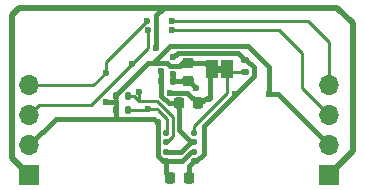
<source format=gbr>
%TF.GenerationSoftware,KiCad,Pcbnew,6.0.11-2627ca5db0~126~ubuntu22.04.1*%
%TF.CreationDate,2023-09-07T17:42:38+02:00*%
%TF.ProjectId,I2C_Module_BME680_FUEL4EP,4932435f-4d6f-4647-956c-655f424d4536,V1.0*%
%TF.SameCoordinates,Original*%
%TF.FileFunction,Copper,L1,Top*%
%TF.FilePolarity,Positive*%
%FSLAX46Y46*%
G04 Gerber Fmt 4.6, Leading zero omitted, Abs format (unit mm)*
G04 Created by KiCad (PCBNEW 6.0.11-2627ca5db0~126~ubuntu22.04.1) date 2023-09-07 17:42:38*
%MOMM*%
%LPD*%
G01*
G04 APERTURE LIST*
G04 Aperture macros list*
%AMRoundRect*
0 Rectangle with rounded corners*
0 $1 Rounding radius*
0 $2 $3 $4 $5 $6 $7 $8 $9 X,Y pos of 4 corners*
0 Add a 4 corners polygon primitive as box body*
4,1,4,$2,$3,$4,$5,$6,$7,$8,$9,$2,$3,0*
0 Add four circle primitives for the rounded corners*
1,1,$1+$1,$2,$3*
1,1,$1+$1,$4,$5*
1,1,$1+$1,$6,$7*
1,1,$1+$1,$8,$9*
0 Add four rect primitives between the rounded corners*
20,1,$1+$1,$2,$3,$4,$5,0*
20,1,$1+$1,$4,$5,$6,$7,0*
20,1,$1+$1,$6,$7,$8,$9,0*
20,1,$1+$1,$8,$9,$2,$3,0*%
G04 Aperture macros list end*
%TA.AperFunction,SMDPad,CuDef*%
%ADD10RoundRect,0.225000X0.250000X-0.225000X0.250000X0.225000X-0.250000X0.225000X-0.250000X-0.225000X0*%
%TD*%
%TA.AperFunction,ComponentPad*%
%ADD11R,1.700000X1.700000*%
%TD*%
%TA.AperFunction,ComponentPad*%
%ADD12O,1.700000X1.700000*%
%TD*%
%TA.AperFunction,SMDPad,CuDef*%
%ADD13RoundRect,0.147500X-0.147500X-0.172500X0.147500X-0.172500X0.147500X0.172500X-0.147500X0.172500X0*%
%TD*%
%TA.AperFunction,SMDPad,CuDef*%
%ADD14RoundRect,0.125000X0.137500X-0.125000X0.137500X0.125000X-0.137500X0.125000X-0.137500X-0.125000X0*%
%TD*%
%TA.AperFunction,SMDPad,CuDef*%
%ADD15R,1.000000X1.500000*%
%TD*%
%TA.AperFunction,SMDPad,CuDef*%
%ADD16RoundRect,0.225000X0.225000X0.250000X-0.225000X0.250000X-0.225000X-0.250000X0.225000X-0.250000X0*%
%TD*%
%TA.AperFunction,SMDPad,CuDef*%
%ADD17RoundRect,0.135000X0.135000X0.185000X-0.135000X0.185000X-0.135000X-0.185000X0.135000X-0.185000X0*%
%TD*%
%TA.AperFunction,SMDPad,CuDef*%
%ADD18RoundRect,0.135000X-0.185000X0.135000X-0.185000X-0.135000X0.185000X-0.135000X0.185000X0.135000X0*%
%TD*%
%TA.AperFunction,SMDPad,CuDef*%
%ADD19RoundRect,0.225000X-0.225000X-0.250000X0.225000X-0.250000X0.225000X0.250000X-0.225000X0.250000X0*%
%TD*%
%TA.AperFunction,ViaPad*%
%ADD20C,0.600000*%
%TD*%
%TA.AperFunction,Conductor*%
%ADD21C,0.500000*%
%TD*%
%TA.AperFunction,Conductor*%
%ADD22C,0.400000*%
%TD*%
%TA.AperFunction,Conductor*%
%ADD23C,0.250000*%
%TD*%
G04 APERTURE END LIST*
%TO.C,JP1*%
G36*
X18860000Y10685000D02*
G01*
X18360000Y10685000D01*
X18360000Y11285000D01*
X18860000Y11285000D01*
X18860000Y10685000D01*
G37*
%TD*%
D10*
%TO.P,C1,1*%
%TO.N,VDDA*%
X16000000Y9975000D03*
%TO.P,C1,2*%
%TO.N,GND*%
X16000000Y11525000D03*
%TD*%
D11*
%TO.P,J1,1,Pin_1*%
%TO.N,VCC*%
X2500000Y2000000D03*
D12*
%TO.P,J1,2,Pin_2*%
%TO.N,GND*%
X2500000Y4540000D03*
%TO.P,J1,3,Pin_3*%
%TO.N,/SCL*%
X2500000Y7080000D03*
%TO.P,J1,4,Pin_4*%
%TO.N,/SDA*%
X2500000Y9620000D03*
%TD*%
D13*
%TO.P,FB1,1*%
%TO.N,VCC*%
X13715000Y10000000D03*
%TO.P,FB1,2*%
%TO.N,VDDA*%
X14685000Y10000000D03*
%TD*%
D11*
%TO.P,J2,1,Pin_1*%
%TO.N,VCC*%
X27900000Y2000000D03*
D12*
%TO.P,J2,2,Pin_2*%
%TO.N,GND*%
X27900000Y4540000D03*
%TO.P,J2,3,Pin_3*%
%TO.N,/SCL*%
X27900000Y7080000D03*
%TO.P,J2,4,Pin_4*%
%TO.N,/SDA*%
X27900000Y9620000D03*
%TD*%
D14*
%TO.P,U1,1,GND*%
%TO.N,GND*%
X14062500Y3200000D03*
%TO.P,U1,2,CSB*%
%TO.N,VCC*%
X14062500Y4000000D03*
%TO.P,U1,3,SDI*%
%TO.N,/SDA*%
X14062500Y4800000D03*
%TO.P,U1,4,SCK*%
%TO.N,/SCL*%
X14062500Y5600000D03*
%TO.P,U1,5,SDO*%
%TO.N,Net-(JP1-Pad2)*%
X16437500Y5600000D03*
%TO.P,U1,6,VDDIO*%
%TO.N,VCC*%
X16437500Y4800000D03*
%TO.P,U1,7,GND*%
%TO.N,GND*%
X16437500Y4000000D03*
%TO.P,U1,8,VDD*%
%TO.N,VDDA*%
X16437500Y3200000D03*
%TD*%
D15*
%TO.P,JP1,1,A*%
%TO.N,GND*%
X17960000Y10985000D03*
%TO.P,JP1,2,B*%
%TO.N,Net-(JP1-Pad2)*%
X19260000Y10985000D03*
%TD*%
D16*
%TO.P,C3,1*%
%TO.N,GND*%
X16775000Y8100000D03*
%TO.P,C3,2*%
%TO.N,VCC*%
X15225000Y8100000D03*
%TD*%
D17*
%TO.P,R1,1*%
%TO.N,/SDA*%
X10890000Y8715000D03*
%TO.P,R1,2*%
%TO.N,GND*%
X9870000Y8715000D03*
%TD*%
D18*
%TO.P,R3,1*%
%TO.N,VDDA*%
X20800000Y11810000D03*
%TO.P,R3,2*%
%TO.N,Net-(JP1-Pad2)*%
X20800000Y10790000D03*
%TD*%
D19*
%TO.P,C4,1*%
%TO.N,GND*%
X14475000Y1800000D03*
%TO.P,C4,2*%
%TO.N,VDDA*%
X16025000Y1800000D03*
%TD*%
D17*
%TO.P,R2,1*%
%TO.N,/SCL*%
X10910000Y7500000D03*
%TO.P,R2,2*%
%TO.N,GND*%
X9890000Y7500000D03*
%TD*%
D20*
%TO.N,VCC*%
X13700000Y10800000D03*
X13256717Y12747565D03*
%TO.N,GND*%
X15952178Y11675500D03*
X9000000Y8200000D03*
X17719014Y8491742D03*
X13400000Y6500000D03*
X22800000Y8900000D03*
X14400000Y9000000D03*
%TO.N,/SCL*%
X12557217Y14300000D03*
X11200000Y11400000D03*
X12600000Y7600000D03*
X14600000Y14300000D03*
%TO.N,/SDA*%
X9000000Y10700000D03*
X12486493Y15096368D03*
X14600000Y15099503D03*
X11800000Y9100000D03*
%TO.N,VDDA*%
X19900000Y8900000D03*
X14685000Y10597577D03*
X14700000Y12000000D03*
X16600000Y9400000D03*
%TD*%
D21*
%TO.N,VCC*%
X1672685Y16210000D02*
X1800000Y16210000D01*
X29945000Y4045000D02*
X29945000Y14868858D01*
D22*
X15384716Y4000000D02*
X16184716Y4800000D01*
X13256717Y15556717D02*
X13256717Y12747565D01*
X14062500Y4000000D02*
X15384716Y4000000D01*
D21*
X1800000Y16210000D02*
X13910000Y16210000D01*
D22*
X13700500Y8710257D02*
X14310757Y8100000D01*
D21*
X13910000Y16210000D02*
X28603858Y16210000D01*
X29945000Y14868858D02*
X28603858Y16210000D01*
D22*
X13700500Y9289743D02*
X13700500Y8710257D01*
X16232538Y4800000D02*
X15225000Y5807538D01*
X13715000Y10000000D02*
X13715000Y9304243D01*
X13715000Y10000000D02*
X13715000Y10785000D01*
D21*
X27900000Y2000000D02*
X29945000Y4045000D01*
D22*
X14310757Y8100000D02*
X15225000Y8100000D01*
X16184716Y4800000D02*
X16232538Y4800000D01*
D21*
X1030000Y15567315D02*
X1672685Y16210000D01*
D22*
X13715000Y9304243D02*
X13700500Y9289743D01*
X15225000Y5807538D02*
X15225000Y8100000D01*
X13715000Y10785000D02*
X13700000Y10800000D01*
X13910000Y16210000D02*
X13256717Y15556717D01*
D21*
X2500000Y2000000D02*
X1030000Y3470000D01*
X1030000Y3470000D02*
X1030000Y15567315D01*
D22*
X16437500Y4800000D02*
X16232538Y4800000D01*
%TO.N,GND*%
X22800000Y11181604D02*
X21007104Y12974500D01*
X14425000Y8975000D02*
X15900000Y8975000D01*
X15432538Y3200000D02*
X16232538Y4000000D01*
X15489743Y11500500D02*
X15289743Y11300500D01*
X21007104Y12974500D02*
X14472896Y12974500D01*
X12598896Y11500500D02*
X9870000Y8771604D01*
X17800000Y8572728D02*
X17719014Y8491742D01*
X14062500Y3200000D02*
X15432538Y3200000D01*
X14425000Y8975000D02*
X14400000Y9000000D01*
X17800000Y10825000D02*
X17800000Y8572728D01*
X22800000Y8900000D02*
X22800000Y11181604D01*
X8920000Y6780000D02*
X8900000Y6800000D01*
X17391742Y8491742D02*
X17719014Y8491742D01*
X16232538Y4000000D02*
X16437500Y4000000D01*
X15975500Y11500500D02*
X15489743Y11500500D01*
X13400000Y6500000D02*
X13100000Y6800000D01*
X14472896Y12974500D02*
X12998896Y11500500D01*
X14062500Y3200000D02*
X14062500Y2212500D01*
X8900000Y6800000D02*
X4760000Y6800000D01*
X13400000Y6500000D02*
X13400000Y3657538D01*
X14062500Y2212500D02*
X14475000Y1800000D01*
X17000000Y8100000D02*
X17391742Y8491742D01*
X9870000Y8315000D02*
X9870000Y8070000D01*
X9890000Y6890000D02*
X9780000Y6780000D01*
X9890000Y7500000D02*
X9890000Y6890000D01*
X23540000Y8900000D02*
X22800000Y8900000D01*
X16775000Y8100000D02*
X15900000Y8975000D01*
X9000000Y8200000D02*
X9740000Y8200000D01*
X9870000Y8070000D02*
X9870000Y7770000D01*
X9740000Y8200000D02*
X9870000Y8070000D01*
X14410257Y11300500D02*
X14210257Y11500500D01*
X12998896Y11500500D02*
X12598896Y11500500D01*
X13400000Y3657538D02*
X13857538Y3200000D01*
X13100000Y6800000D02*
X11286604Y6800000D01*
X14210257Y11500500D02*
X12998896Y11500500D01*
X4760000Y6800000D02*
X2500000Y4540000D01*
X11286604Y6800000D02*
X11266604Y6780000D01*
X17420000Y11525000D02*
X17960000Y10985000D01*
X16000000Y11525000D02*
X17420000Y11525000D01*
X9780000Y6780000D02*
X8920000Y6780000D01*
X13857538Y3200000D02*
X14062500Y3200000D01*
X11266604Y6780000D02*
X9780000Y6780000D01*
X15289743Y11300500D02*
X14410257Y11300500D01*
X27900000Y4540000D02*
X23540000Y8900000D01*
D23*
%TO.N,/SCL*%
X23700000Y14300000D02*
X14600000Y14300000D01*
X13433311Y7600000D02*
X12600000Y7600000D01*
X25600000Y9380000D02*
X25600000Y12400000D01*
X25600000Y12400000D02*
X23700000Y14300000D01*
X13433311Y7600000D02*
X13433311Y7566689D01*
X27900000Y7080000D02*
X25600000Y9380000D01*
X11200000Y11400000D02*
X12557217Y12757217D01*
X2500000Y7080000D02*
X3350000Y7930000D01*
X12557217Y12757217D02*
X12557217Y14300000D01*
X10910000Y7500000D02*
X12500000Y7500000D01*
X3350000Y7930000D02*
X7730000Y7930000D01*
X14200000Y6800000D02*
X14200000Y5737500D01*
X13433311Y7566689D02*
X14200000Y6800000D01*
X7730000Y7930000D02*
X11200000Y11400000D01*
X12500000Y7500000D02*
X12600000Y7600000D01*
X14200000Y5737500D02*
X14062500Y5600000D01*
%TO.N,/SDA*%
X2500000Y9620000D02*
X7920000Y9620000D01*
X11815000Y8315000D02*
X13354001Y8315000D01*
X11800000Y9100000D02*
X11800000Y8330000D01*
X7920000Y9620000D02*
X9000000Y10700000D01*
X27900000Y9620000D02*
X27900000Y13300000D01*
X11800000Y8330000D02*
X11815000Y8315000D01*
X13354001Y8315000D02*
X14700499Y6968502D01*
X27900000Y13300000D02*
X26100497Y15099503D01*
X26100497Y15099503D02*
X14600000Y15099503D01*
X12470408Y15096368D02*
X12486493Y15096368D01*
X9000000Y11625960D02*
X12470408Y15096368D01*
X11415000Y8715000D02*
X10890000Y8715000D01*
X14700499Y5339103D02*
X14161396Y4800000D01*
X14700499Y6968502D02*
X14700499Y5339103D01*
X9000000Y10700000D02*
X9000000Y11625960D01*
X11815000Y8315000D02*
X11415000Y8715000D01*
D22*
%TO.N,VDDA*%
X14685000Y10000000D02*
X14685000Y10597577D01*
X21520000Y11146604D02*
X20856604Y11810000D01*
X16025000Y9975000D02*
X16600000Y9400000D01*
X17286604Y6200000D02*
X21520000Y10433396D01*
X20235000Y12375000D02*
X20800000Y11810000D01*
X14700000Y12000000D02*
X15075000Y12375000D01*
X15075000Y12375000D02*
X20235000Y12375000D01*
X21520000Y10433396D02*
X21520000Y11146604D01*
X16642462Y3200000D02*
X17286604Y3844142D01*
X17286604Y3844142D02*
X17286604Y6200000D01*
X16000000Y9975000D02*
X14710000Y9975000D01*
X16437500Y3200000D02*
X16642462Y3200000D01*
X16025000Y2787500D02*
X16437500Y3200000D01*
X16025000Y1800000D02*
X16025000Y2787500D01*
D23*
%TO.N,Net-(JP1-Pad2)*%
X16437500Y5600000D02*
X16437500Y6187652D01*
X20800000Y10790000D02*
X19455000Y10790000D01*
X19260000Y9010152D02*
X19260000Y10985000D01*
X16437500Y6187652D02*
X19260000Y9010152D01*
%TD*%
M02*

</source>
